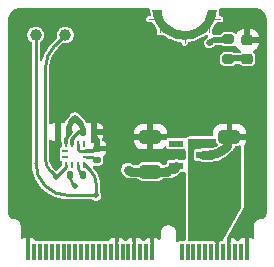
<source format=gbr>
%TF.GenerationSoftware,KiCad,Pcbnew,9.0.0*%
%TF.CreationDate,2025-05-23T16:00:21+04:00*%
%TF.ProjectId,02_05_sensor_magnetometer_LIS2MDLTR,30325f30-355f-4736-956e-736f725f6d61,rev?*%
%TF.SameCoordinates,Original*%
%TF.FileFunction,Copper,L1,Top*%
%TF.FilePolarity,Positive*%
%FSLAX46Y46*%
G04 Gerber Fmt 4.6, Leading zero omitted, Abs format (unit mm)*
G04 Created by KiCad (PCBNEW 9.0.0) date 2025-05-23 16:00:21*
%MOMM*%
%LPD*%
G01*
G04 APERTURE LIST*
G04 Aperture macros list*
%AMRoundRect*
0 Rectangle with rounded corners*
0 $1 Rounding radius*
0 $2 $3 $4 $5 $6 $7 $8 $9 X,Y pos of 4 corners*
0 Add a 4 corners polygon primitive as box body*
4,1,4,$2,$3,$4,$5,$6,$7,$8,$9,$2,$3,0*
0 Add four circle primitives for the rounded corners*
1,1,$1+$1,$2,$3*
1,1,$1+$1,$4,$5*
1,1,$1+$1,$6,$7*
1,1,$1+$1,$8,$9*
0 Add four rect primitives between the rounded corners*
20,1,$1+$1,$2,$3,$4,$5,0*
20,1,$1+$1,$4,$5,$6,$7,0*
20,1,$1+$1,$6,$7,$8,$9,0*
20,1,$1+$1,$8,$9,$2,$3,0*%
G04 Aperture macros list end*
%TA.AperFunction,EtchedComponent*%
%ADD10C,0.101600*%
%TD*%
%TA.AperFunction,EtchedComponent*%
%ADD11C,0.000000*%
%TD*%
%TA.AperFunction,SMDPad,CuDef*%
%ADD12R,0.350000X1.450000*%
%TD*%
%TA.AperFunction,ComponentPad*%
%ADD13C,0.454000*%
%TD*%
%TA.AperFunction,SMDPad,CuDef*%
%ADD14R,1.200000X0.600000*%
%TD*%
%TA.AperFunction,SMDPad,CuDef*%
%ADD15RoundRect,0.200000X-0.275000X0.200000X-0.275000X-0.200000X0.275000X-0.200000X0.275000X0.200000X0*%
%TD*%
%TA.AperFunction,SMDPad,CuDef*%
%ADD16RoundRect,0.140000X0.170000X-0.140000X0.170000X0.140000X-0.170000X0.140000X-0.170000X-0.140000X0*%
%TD*%
%TA.AperFunction,SMDPad,CuDef*%
%ADD17RoundRect,0.218750X-0.256250X0.218750X-0.256250X-0.218750X0.256250X-0.218750X0.256250X0.218750X0*%
%TD*%
%TA.AperFunction,SMDPad,CuDef*%
%ADD18RoundRect,0.135000X-0.135000X-0.185000X0.135000X-0.185000X0.135000X0.185000X-0.135000X0.185000X0*%
%TD*%
%TA.AperFunction,SMDPad,CuDef*%
%ADD19C,1.000000*%
%TD*%
%TA.AperFunction,SMDPad,CuDef*%
%ADD20RoundRect,0.140000X0.140000X0.170000X-0.140000X0.170000X-0.140000X-0.170000X0.140000X-0.170000X0*%
%TD*%
%TA.AperFunction,SMDPad,CuDef*%
%ADD21RoundRect,0.250000X0.650000X-0.325000X0.650000X0.325000X-0.650000X0.325000X-0.650000X-0.325000X0*%
%TD*%
%TA.AperFunction,SMDPad,CuDef*%
%ADD22RoundRect,0.140000X-0.140000X-0.170000X0.140000X-0.170000X0.140000X0.170000X-0.140000X0.170000X0*%
%TD*%
%TA.AperFunction,SMDPad,CuDef*%
%ADD23R,0.280010X0.500000*%
%TD*%
%TA.AperFunction,SMDPad,CuDef*%
%ADD24R,0.500000X0.280010*%
%TD*%
%TA.AperFunction,ViaPad*%
%ADD25C,0.500000*%
%TD*%
%TA.AperFunction,ViaPad*%
%ADD26C,0.700000*%
%TD*%
%TA.AperFunction,Conductor*%
%ADD27C,0.500000*%
%TD*%
%TA.AperFunction,Conductor*%
%ADD28C,0.300000*%
%TD*%
%TA.AperFunction,Conductor*%
%ADD29C,0.200000*%
%TD*%
%TA.AperFunction,Conductor*%
%ADD30C,0.750000*%
%TD*%
%TA.AperFunction,Conductor*%
%ADD31C,0.250000*%
%TD*%
G04 APERTURE END LIST*
D10*
%TO.C,J1*%
X150401100Y-93365617D02*
X149501100Y-93365617D01*
X150401100Y-93365617D02*
X150401100Y-94465617D01*
X152501100Y-94665617D02*
X152501100Y-95365617D01*
X154601100Y-93365617D02*
X154601100Y-94465617D01*
X154601100Y-93365617D02*
X155501100Y-93365617D01*
D11*
%TA.AperFunction,EtchedComponent*%
G36*
X150589520Y-92903790D02*
G01*
X150672547Y-93182404D01*
X150798137Y-93444600D01*
X150963197Y-93683921D01*
X151163663Y-93894475D01*
X151394599Y-94071077D01*
X151650318Y-94209378D01*
X151924524Y-94305973D01*
X152501100Y-94365617D01*
X152791735Y-94358484D01*
X153077676Y-94305973D01*
X153351882Y-94209378D01*
X153607601Y-94071077D01*
X153838537Y-93894475D01*
X154039003Y-93683921D01*
X154204063Y-93444600D01*
X154329653Y-93182404D01*
X154451100Y-92615617D01*
X155251100Y-92615617D01*
X155188052Y-92979552D01*
X155077551Y-93331991D01*
X154921527Y-93666775D01*
X154722708Y-93978053D01*
X154484567Y-94260387D01*
X154211266Y-94508843D01*
X153907580Y-94719078D01*
X153578818Y-94887420D01*
X153230723Y-95010926D01*
X152869379Y-95087437D01*
X152501100Y-95115617D01*
X152131911Y-95089990D01*
X151769434Y-95015377D01*
X151420137Y-94893111D01*
X151090257Y-94725373D01*
X150785681Y-94515157D01*
X150511846Y-94266216D01*
X150273640Y-93982994D01*
X150075315Y-93670545D01*
X149920411Y-93334448D01*
X149751100Y-92615617D01*
X150551100Y-92615617D01*
X150589520Y-92903790D01*
G37*
%TD.AperFunction*%
%TD*%
D12*
%TO.P,J1,1,GND*%
%TO.N,GND*%
X157751100Y-113090617D03*
%TO.P,J1,3,USB_D+*%
%TO.N,/USB_D+*%
X157251100Y-113090617D03*
%TO.P,J1,5,USB_D-*%
%TO.N,/USB_D-*%
X156751100Y-113090617D03*
%TO.P,J1,7,GND*%
%TO.N,GND*%
X156251100Y-113090617D03*
%TO.P,J1,9,USB_VIN*%
%TO.N,/V_USB*%
X155751100Y-113090617D03*
%TO.P,J1,11,~{BOOT}*%
%TO.N,VIN*%
X155251100Y-113090617D03*
%TO.P,J1,13,RTS1*%
%TO.N,/UART_RTS1*%
X154751100Y-113090617D03*
%TO.P,J1,15,CTS1*%
%TO.N,/UART_CTS1*%
X154251100Y-113090617D03*
%TO.P,J1,17,TX1*%
%TO.N,LIS2MDLTR_TX*%
X153751100Y-113090617D03*
%TO.P,J1,19,RX1*%
%TO.N,LIS2MDLTR_RX*%
X153251100Y-113090617D03*
%TO.P,J1,21,SWDCK*%
%TO.N,/SWDCK*%
X152751100Y-113090617D03*
%TO.P,J1,23,SWDIO*%
%TO.N,/SWDIO*%
X152251100Y-113090617D03*
%TO.P,J1,33,GND*%
%TO.N,GND*%
X149751100Y-113090617D03*
%TO.P,J1,35,USBHOST_D+*%
%TO.N,/USBHOST_D+*%
X149251100Y-113090617D03*
%TO.P,J1,37,USBHOST_D-*%
%TO.N,/USBHOST_D-*%
X148751100Y-113090617D03*
%TO.P,J1,39,GND*%
%TO.N,GND*%
X148251100Y-113090617D03*
%TO.P,J1,41,CAN-RX*%
%TO.N,/CAN-RX*%
X147751100Y-113090617D03*
%TO.P,J1,43,CAN-TX*%
%TO.N,/CAN-TX*%
X147251100Y-113090617D03*
%TO.P,J1,45,GND*%
%TO.N,GND*%
X146751100Y-113090617D03*
%TO.P,J1,47,PWM1*%
%TO.N,/PWM1*%
X146251100Y-113090617D03*
%TO.P,J1,49,BATT_VIN/3*%
%TO.N,/BATT_VIN*%
X145751100Y-113090617D03*
%TO.P,J1,51,I2C_SDA1*%
%TO.N,/I2C_SDA1*%
X145251100Y-113090617D03*
%TO.P,J1,53,I2C_SCL1*%
%TO.N,/I2C_SCL1*%
X144751100Y-113090617D03*
%TO.P,J1,55,SPI_~{CS}*%
%TO.N,/~{SPI_CS}*%
X144251100Y-113090617D03*
%TO.P,J1,57,SPI_SCK*%
%TO.N,/SPI_SCK*%
X143751100Y-113090617D03*
%TO.P,J1,59,SPI_SDO*%
%TO.N,/SPI_COPI-LED_DAT*%
X143251100Y-113090617D03*
%TO.P,J1,61,SPI_SDI*%
%TO.N,/SPI_CIPO-LED_CLK*%
X142751100Y-113090617D03*
%TO.P,J1,63,G10/ADC_D+/CAM_VSYNC*%
%TO.N,/G10-CAM_VSYNC*%
X142251100Y-113090617D03*
%TO.P,J1,65,G9/ADC_D-/CAM_HSYNC*%
%TO.N,/G9-CAM_HSYNC*%
X141751100Y-113090617D03*
%TO.P,J1,67,G8*%
%TO.N,/G8*%
X141251100Y-113090617D03*
%TO.P,J1,69,G7/BUS7*%
%TO.N,/G7*%
X140751100Y-113090617D03*
%TO.P,J1,71,G6/BUS6*%
%TO.N,/G6*%
X140251100Y-113090617D03*
%TO.P,J1,73,G5/BUS5*%
%TO.N,/G5*%
X139751100Y-113090617D03*
%TO.P,J1,75,GND*%
%TO.N,GND*%
X139251100Y-113090617D03*
D13*
%TO.P,J1,GND1,GND*%
X150401100Y-93365617D03*
%TO.P,J1,GND2,GND*%
X152501100Y-94665617D03*
%TO.P,J1,GND3,GND*%
X154601100Y-93365617D03*
%TD*%
D14*
%TO.P,U2,1,VIN*%
%TO.N,VIN*%
X154087487Y-105799962D03*
%TO.P,U2,2,GND*%
%TO.N,GND*%
X154087487Y-104850000D03*
%TO.P,U2,3,EN*%
%TO.N,VIN*%
X154087487Y-103900038D03*
%TO.P,U2,4,NC*%
%TO.N,unconnected-(U2-NC-Pad4)*%
X151787513Y-103900038D03*
%TO.P,U2,5,VOUT*%
%TO.N,+3V3*%
X151787513Y-105799962D03*
%TD*%
D15*
%TO.P,R1,1*%
%TO.N,+3V3*%
X156200000Y-95075000D03*
%TO.P,R1,2*%
%TO.N,Net-(D1-A)*%
X156200000Y-96725000D03*
%TD*%
D16*
%TO.P,C5,1*%
%TO.N,Net-(U3-C1)*%
X145050064Y-105284093D03*
%TO.P,C5,2*%
%TO.N,GND*%
X145050064Y-104324093D03*
%TD*%
D17*
%TO.P,D1,1,K*%
%TO.N,GND*%
X157800000Y-95137500D03*
%TO.P,D1,2,A*%
%TO.N,Net-(D1-A)*%
X157800000Y-96712500D03*
%TD*%
D18*
%TO.P,R2,1*%
%TO.N,+3V3*%
X142840064Y-106604093D03*
%TO.P,R2,2*%
%TO.N,Net-(U3-CS)*%
X143860064Y-106604093D03*
%TD*%
D19*
%TO.P,SDA1,1,1*%
%TO.N,LIS2MDLTR_SDA*%
X139900000Y-94700000D03*
%TD*%
D20*
%TO.P,C2,1*%
%TO.N,+3V3*%
X142730064Y-102904093D03*
%TO.P,C2,2*%
%TO.N,GND*%
X141770064Y-102904093D03*
%TD*%
D21*
%TO.P,C3,1*%
%TO.N,VIN*%
X156300000Y-106275000D03*
%TO.P,C3,2*%
%TO.N,GND*%
X156300000Y-103325000D03*
%TD*%
D19*
%TO.P,SCL1,1,1*%
%TO.N,LIS2MDLTR_SCL*%
X142400000Y-94700000D03*
%TD*%
D22*
%TO.P,C1,1*%
%TO.N,+3V3*%
X143870064Y-102904093D03*
%TO.P,C1,2*%
%TO.N,GND*%
X144830064Y-102904093D03*
%TD*%
D23*
%TO.P,U3,1,SCL/SPC*%
%TO.N,LIS2MDLTR_SCL*%
X142500000Y-105679125D03*
%TO.P,U3,2,NC*%
%TO.N,unconnected-(U3-NC-Pad2)*%
X143000128Y-105679125D03*
%TO.P,U3,3,CS*%
%TO.N,Net-(U3-CS)*%
X143500000Y-105679125D03*
%TO.P,U3,4,SDA/SDI/SDO*%
%TO.N,LIS2MDLTR_SDA*%
X144000128Y-105679125D03*
D24*
%TO.P,U3,5,C1*%
%TO.N,Net-(U3-C1)*%
X144125096Y-105054029D03*
%TO.P,U3,6,GND*%
%TO.N,GND*%
X144125096Y-104554157D03*
D23*
%TO.P,U3,7,INT/DRDY/SDO*%
%TO.N,LIS2MDLTR_INT*%
X144000128Y-103929061D03*
%TO.P,U3,8,GND*%
%TO.N,GND*%
X143500000Y-103929061D03*
%TO.P,U3,9,Vdd*%
%TO.N,+3V3*%
X143000128Y-103929061D03*
%TO.P,U3,10,Vdd_IO*%
X142500000Y-103929061D03*
D24*
%TO.P,U3,11,NC*%
%TO.N,unconnected-(U3-NC-Pad11)*%
X142375032Y-104554157D03*
%TO.P,U3,12,NC*%
%TO.N,unconnected-(U3-NC-Pad12)*%
X142375032Y-105054029D03*
%TD*%
D21*
%TO.P,C4,1*%
%TO.N,+3V3*%
X149600000Y-106275000D03*
%TO.P,C4,2*%
%TO.N,GND*%
X149600000Y-103325000D03*
%TD*%
D25*
%TO.N,+3V3*%
X154600000Y-95400000D03*
X143200000Y-107500000D03*
X143200000Y-101700000D03*
X147700000Y-106100000D03*
D26*
%TO.N,GND*%
X153900000Y-97900000D03*
X145400000Y-94915617D03*
X146400000Y-94915617D03*
X153900000Y-98900000D03*
X147400000Y-93915617D03*
X152900000Y-98900000D03*
X146400000Y-93915617D03*
X145400000Y-95915617D03*
X145400000Y-93915617D03*
X151900000Y-99900000D03*
X152900000Y-99900000D03*
X153900000Y-99900000D03*
D25*
%TO.N,LIS2MDLTR_SCL*%
X141650064Y-106704093D03*
%TO.N,LIS2MDLTR_SDA*%
X145000000Y-108300000D03*
%TD*%
D27*
%TO.N,+3V3*%
X143200000Y-101700000D02*
X143681256Y-102181256D01*
D28*
X143632972Y-102904093D02*
X143670038Y-102904093D01*
X143008995Y-103676408D02*
X143008995Y-103586841D01*
D29*
X142450064Y-103879125D02*
X142500000Y-103929061D01*
D28*
X143569697Y-102930302D02*
X143076761Y-103423238D01*
D27*
X143870064Y-102637078D02*
X143870064Y-102904093D01*
D28*
X142702548Y-103099869D02*
X142675032Y-103127385D01*
D27*
X154737500Y-95262500D02*
X154600000Y-95400000D01*
X155069454Y-95125000D02*
X156200000Y-95125000D01*
D30*
X147998743Y-106275000D02*
X149600000Y-106275000D01*
D31*
X143200000Y-107500000D02*
X143020032Y-107320032D01*
X142840064Y-106885550D02*
X142840064Y-106604093D01*
D30*
X150989124Y-106275000D02*
X149600000Y-106275000D01*
D27*
X143200000Y-101750000D02*
X143200000Y-101700000D01*
D28*
X142730064Y-103033439D02*
X142730064Y-102925351D01*
D30*
X151562500Y-106037500D02*
X151800000Y-105800000D01*
D28*
X142500000Y-103549949D02*
X142500000Y-103829189D01*
D27*
X142700000Y-102852770D02*
X142700000Y-102587014D01*
D28*
X142751322Y-102904093D02*
X142850064Y-102904093D01*
X143000128Y-103697814D02*
X143000128Y-103929061D01*
D27*
X143164644Y-101835355D02*
X142902949Y-102097050D01*
D30*
X147700000Y-106100000D02*
X147787500Y-106187500D01*
D27*
X142700000Y-102852770D02*
G75*
G03*
X142715022Y-102889071I51300J-30D01*
G01*
D31*
X142840064Y-106885550D02*
G75*
G03*
X143020010Y-107320054I614436J-50D01*
G01*
D27*
X143200000Y-101750000D02*
G75*
G02*
X143164642Y-101835353I-120700J0D01*
G01*
X142700000Y-102587014D02*
G75*
G02*
X142902945Y-102097046I692900J14D01*
G01*
D28*
X143076761Y-103423238D02*
G75*
G03*
X143009034Y-103586841I163639J-163562D01*
G01*
D27*
X154737500Y-95262500D02*
G75*
G02*
X155069454Y-95124952I332000J-331900D01*
G01*
D30*
X147998743Y-106275000D02*
G75*
G02*
X147787487Y-106187513I-43J298700D01*
G01*
D28*
X142751322Y-102904093D02*
G75*
G03*
X142730093Y-102925351I-22J-21207D01*
G01*
D30*
X151562500Y-106037500D02*
G75*
G02*
X150989124Y-106275010I-573400J573400D01*
G01*
D28*
X142730064Y-102925351D02*
G75*
G03*
X142715016Y-102889077I-51364J-49D01*
G01*
X143004561Y-103687111D02*
G75*
G03*
X143000148Y-103697814I10739J-10689D01*
G01*
D27*
X143870064Y-102637078D02*
G75*
G03*
X143681252Y-102181260I-644664J-22D01*
G01*
D28*
X143569697Y-102930302D02*
G75*
G02*
X143632972Y-102904080I63303J-63298D01*
G01*
X142675032Y-103127385D02*
G75*
G03*
X142500036Y-103549949I422568J-422515D01*
G01*
X143004561Y-103687111D02*
G75*
G03*
X143009012Y-103676408I-10661J10711D01*
G01*
X142730064Y-103033439D02*
G75*
G02*
X142702532Y-103099853I-93964J39D01*
G01*
D27*
X142751322Y-102904093D02*
G75*
G02*
X142715027Y-102889066I-22J51293D01*
G01*
D28*
%TO.N,GND*%
X145025032Y-104349125D02*
X144935032Y-104439125D01*
X144657320Y-104554157D02*
X144125096Y-104554157D01*
D31*
X144125096Y-104554157D02*
X143642063Y-104554157D01*
D30*
X154712500Y-104850000D02*
X154075000Y-104850000D01*
D28*
X144875032Y-103029061D02*
X144750064Y-102904093D01*
X145000000Y-103330760D02*
X145000000Y-104238628D01*
D31*
X143500000Y-104412040D02*
X143500000Y-103929061D01*
D30*
X155800780Y-104399219D02*
X156096706Y-104103293D01*
X156300000Y-103612500D02*
X156300000Y-103325000D01*
D28*
X145000000Y-103330760D02*
G75*
G03*
X144875019Y-103029074I-426700J-40D01*
G01*
D31*
X143500000Y-104412040D02*
G75*
G03*
X143541627Y-104512529I142200J40D01*
G01*
D30*
X156096706Y-104103293D02*
G75*
G03*
X156299995Y-103612500I-490806J490793D01*
G01*
X155800780Y-104399219D02*
G75*
G02*
X154712500Y-104849988I-1088280J1088319D01*
G01*
D28*
X145025032Y-104349125D02*
G75*
G03*
X145025025Y-104299068I-25032J25025D01*
G01*
D31*
X143541609Y-104512547D02*
G75*
G03*
X143642063Y-104554185I100491J100447D01*
G01*
D28*
X145025032Y-104299061D02*
G75*
G02*
X144999990Y-104238628I60468J60461D01*
G01*
X144657320Y-104554157D02*
G75*
G03*
X144935025Y-104439118I-20J392757D01*
G01*
D30*
%TO.N,VIN*%
X154216650Y-105800000D02*
X154075000Y-105800000D01*
X154749619Y-105800000D02*
X154535956Y-105800000D01*
X155348068Y-105800000D02*
X155065956Y-105800000D01*
X154499950Y-105800000D02*
X154358300Y-105800000D01*
X154499950Y-105800000D02*
X154535956Y-105800000D01*
X154358300Y-105800000D02*
X154216650Y-105800000D01*
X153827112Y-105800000D02*
X153791700Y-105800000D01*
X155489124Y-105800000D02*
X155348068Y-105800000D01*
X153897937Y-105800000D02*
X153827112Y-105800000D01*
X155065956Y-105800000D02*
X154749619Y-105800000D01*
X153933350Y-105800000D02*
X153897937Y-105800000D01*
X154075000Y-105800000D02*
X153933350Y-105800000D01*
X156062500Y-106037500D02*
X156300000Y-106275000D01*
X156062500Y-106037500D02*
G75*
G03*
X155489124Y-105799990I-573400J-573400D01*
G01*
D31*
%TO.N,Net-(U3-C1)*%
X144657320Y-105054029D02*
X144125096Y-105054029D01*
X144935032Y-105169061D02*
X145050064Y-105284093D01*
X144657320Y-105054029D02*
G75*
G02*
X144935028Y-105169065I-20J-392771D01*
G01*
D27*
%TO.N,Net-(D1-A)*%
X157781250Y-96693750D02*
X157800000Y-96712500D01*
X157735983Y-96675000D02*
X156200000Y-96675000D01*
X157781250Y-96693750D02*
G75*
G03*
X157735983Y-96675007I-45250J-45250D01*
G01*
D31*
%TO.N,LIS2MDLTR_SCL*%
X140700000Y-105160709D02*
X140700000Y-97602081D01*
X141550000Y-95550000D02*
X142400000Y-94700000D01*
X141152046Y-106252046D02*
X141587839Y-106687839D01*
X141627078Y-106704093D02*
X141650064Y-106704093D01*
X142500000Y-105766641D02*
X142500000Y-105679125D01*
X142438116Y-105916040D02*
X141650064Y-106704093D01*
X141550000Y-95550000D02*
G75*
G03*
X140699992Y-97602081I2052100J-2052100D01*
G01*
X141627078Y-106704093D02*
G75*
G02*
X141587850Y-106687828I22J55493D01*
G01*
X141152046Y-106252046D02*
G75*
G02*
X140699998Y-105160709I1091354J1091346D01*
G01*
X142438116Y-105916040D02*
G75*
G03*
X142500023Y-105766641I-149416J149440D01*
G01*
%TO.N,LIS2MDLTR_SDA*%
X144033923Y-105687952D02*
X144525096Y-106179125D01*
X142631370Y-108300000D02*
X145100000Y-108300000D01*
X145000000Y-108300000D02*
X145012548Y-108287452D01*
X145025096Y-107386231D02*
X145025096Y-108257158D01*
X139900000Y-105568629D02*
X139900000Y-94700000D01*
X144012612Y-105679125D02*
X144000128Y-105679125D01*
X140700000Y-107500000D02*
G75*
G02*
X139899988Y-105568629I1931400J1931400D01*
G01*
X145012548Y-108287452D02*
G75*
G03*
X145025051Y-108257158I-30348J30252D01*
G01*
X144012612Y-105679125D02*
G75*
G02*
X144033924Y-105687951I-12J-30175D01*
G01*
X145025096Y-107386231D02*
G75*
G03*
X144525110Y-106179111I-1707096J31D01*
G01*
X140700000Y-107500000D02*
G75*
G03*
X142631370Y-108300012I1931400J1931400D01*
G01*
%TO.N,Net-(U3-CS)*%
X143500000Y-105989425D02*
X143500000Y-105679125D01*
X143680032Y-106424061D02*
X143860064Y-106604093D01*
X143500000Y-105989425D02*
G75*
G03*
X143680038Y-106424055I614700J25D01*
G01*
%TD*%
%TA.AperFunction,Conductor*%
%TO.N,VIN*%
G36*
X155142539Y-103519685D02*
G01*
X155188294Y-103572489D01*
X155199500Y-103624000D01*
X155199500Y-103704269D01*
X155202353Y-103734699D01*
X155202353Y-103734701D01*
X155247206Y-103862880D01*
X155247207Y-103862882D01*
X155285645Y-103914964D01*
X155292468Y-103924209D01*
X155297397Y-103937704D01*
X155306569Y-103948760D01*
X155309143Y-103969864D01*
X155316438Y-103989838D01*
X155313288Y-104003855D01*
X155315028Y-104018116D01*
X155305782Y-104037263D01*
X155301122Y-104058008D01*
X155290321Y-104069285D01*
X155284648Y-104081035D01*
X155257485Y-104103570D01*
X155158267Y-104164369D01*
X155140930Y-104173203D01*
X155019274Y-104223593D01*
X155000770Y-104229605D01*
X154872727Y-104260345D01*
X154853509Y-104263389D01*
X154757377Y-104270955D01*
X154717186Y-104274118D01*
X154707462Y-104274500D01*
X153999234Y-104274500D01*
X153852865Y-104313719D01*
X153852864Y-104313719D01*
X153852862Y-104313720D01*
X153852859Y-104313721D01*
X153819666Y-104332886D01*
X153757665Y-104349500D01*
X153467734Y-104349500D01*
X153409257Y-104361131D01*
X153409256Y-104361132D01*
X153342934Y-104405447D01*
X153298619Y-104471769D01*
X153298618Y-104471770D01*
X153286987Y-104530247D01*
X153286987Y-105169752D01*
X153298618Y-105228229D01*
X153298619Y-105228230D01*
X153342934Y-105294552D01*
X153409256Y-105338867D01*
X153409257Y-105338868D01*
X153467734Y-105350499D01*
X153467737Y-105350500D01*
X153467739Y-105350500D01*
X153757665Y-105350500D01*
X153819666Y-105367114D01*
X153852859Y-105386278D01*
X153852860Y-105386278D01*
X153852865Y-105386281D01*
X153999234Y-105425500D01*
X153999236Y-105425500D01*
X154796216Y-105425500D01*
X154796417Y-105425487D01*
X154831253Y-105425487D01*
X154831254Y-105425486D01*
X154977929Y-105408960D01*
X155067241Y-105398898D01*
X155067245Y-105398897D01*
X155067257Y-105398896D01*
X155298802Y-105346049D01*
X155522975Y-105267609D01*
X155736956Y-105164564D01*
X155938055Y-105038209D01*
X156123742Y-104890133D01*
X156154138Y-104859737D01*
X156154145Y-104859734D01*
X156207713Y-104806166D01*
X156257125Y-104756756D01*
X156257126Y-104756753D01*
X156264183Y-104749697D01*
X156264195Y-104749682D01*
X156454235Y-104559643D01*
X156454241Y-104559640D01*
X156470931Y-104542949D01*
X156470945Y-104542941D01*
X156503654Y-104510230D01*
X156503655Y-104510231D01*
X156574307Y-104439577D01*
X156691766Y-104277905D01*
X156747660Y-104168204D01*
X156795634Y-104117409D01*
X156858145Y-104100500D01*
X157004270Y-104100500D01*
X157028612Y-104098216D01*
X157034699Y-104097646D01*
X157135047Y-104062532D01*
X157204823Y-104058970D01*
X157265451Y-104093699D01*
X157297678Y-104155692D01*
X157300000Y-104179574D01*
X157300000Y-109275571D01*
X157284339Y-109335890D01*
X155744604Y-112101437D01*
X155694797Y-112150434D01*
X155636266Y-112165117D01*
X155556347Y-112165117D01*
X155497870Y-112176748D01*
X155497869Y-112176749D01*
X155431547Y-112221064D01*
X155387232Y-112287386D01*
X155387231Y-112287387D01*
X155375600Y-112345864D01*
X155375600Y-112732021D01*
X155371752Y-112746841D01*
X155372545Y-112759377D01*
X155359939Y-112792343D01*
X155358939Y-112794139D01*
X155309128Y-112843135D01*
X155240735Y-112857424D01*
X155175474Y-112832468D01*
X155134065Y-112776191D01*
X155126600Y-112733817D01*
X155126600Y-112345866D01*
X155126599Y-112345864D01*
X155114968Y-112287387D01*
X155114967Y-112287386D01*
X155070652Y-112221064D01*
X155004330Y-112176749D01*
X155004329Y-112176748D01*
X154945852Y-112165117D01*
X154945848Y-112165117D01*
X154556352Y-112165117D01*
X154556351Y-112165117D01*
X154525288Y-112171295D01*
X154476912Y-112171295D01*
X154445849Y-112165117D01*
X154445848Y-112165117D01*
X154056352Y-112165117D01*
X154056351Y-112165117D01*
X154025288Y-112171295D01*
X153976912Y-112171295D01*
X153945849Y-112165117D01*
X153945848Y-112165117D01*
X153556352Y-112165117D01*
X153556351Y-112165117D01*
X153525288Y-112171295D01*
X153476912Y-112171295D01*
X153445849Y-112165117D01*
X153445848Y-112165117D01*
X153056352Y-112165117D01*
X153056351Y-112165117D01*
X153025288Y-112171295D01*
X153023521Y-112171370D01*
X153022693Y-112171782D01*
X153015677Y-112171707D01*
X152987417Y-112172920D01*
X152982121Y-112172332D01*
X152945848Y-112165117D01*
X152917135Y-112165117D01*
X152910317Y-112164360D01*
X152884157Y-112153417D01*
X152856961Y-112145432D01*
X152852353Y-112140114D01*
X152845859Y-112137398D01*
X152829767Y-112114048D01*
X152811206Y-112092628D01*
X152809453Y-112084573D01*
X152806210Y-112079867D01*
X152805823Y-112067887D01*
X152800000Y-112041117D01*
X152800000Y-103624000D01*
X152819685Y-103556961D01*
X152872489Y-103511206D01*
X152924000Y-103500000D01*
X155075500Y-103500000D01*
X155142539Y-103519685D01*
G37*
%TD.AperFunction*%
%TD*%
%TA.AperFunction,Conductor*%
%TO.N,GND*%
G36*
X149497374Y-92435802D02*
G01*
X149543129Y-92488606D01*
X149553073Y-92557764D01*
X149551414Y-92566873D01*
X149550440Y-92571277D01*
X149551073Y-92662731D01*
X149621536Y-92961888D01*
X149617746Y-93031655D01*
X149576838Y-93088297D01*
X149511801Y-93113831D01*
X149500839Y-93114317D01*
X149451111Y-93114317D01*
X149358749Y-93152575D01*
X149288058Y-93223266D01*
X149249800Y-93315628D01*
X149249800Y-93415605D01*
X149262959Y-93447373D01*
X149288058Y-93507967D01*
X149358750Y-93578659D01*
X149451113Y-93616917D01*
X149635438Y-93616917D01*
X149697636Y-93633645D01*
X149848942Y-93721375D01*
X149859394Y-93732378D01*
X149872847Y-93739415D01*
X149895638Y-93769333D01*
X149901808Y-93780662D01*
X149901815Y-93780673D01*
X150100140Y-94093122D01*
X150113625Y-94111522D01*
X150116374Y-94115272D01*
X150116377Y-94115277D01*
X150120693Y-94120407D01*
X150148783Y-94184381D01*
X150149800Y-94200227D01*
X150149800Y-94515605D01*
X150176822Y-94580841D01*
X150188058Y-94607967D01*
X150258750Y-94678659D01*
X150351113Y-94716917D01*
X150351115Y-94716917D01*
X150451085Y-94716917D01*
X150451087Y-94716917D01*
X150543450Y-94678659D01*
X150543452Y-94678656D01*
X150554436Y-94674107D01*
X150623906Y-94666638D01*
X150672325Y-94686614D01*
X150973526Y-94894501D01*
X150984141Y-94900824D01*
X150997091Y-94908539D01*
X150997100Y-94908544D01*
X150997114Y-94908552D01*
X151203509Y-95013500D01*
X151315282Y-95070335D01*
X151326994Y-95076290D01*
X151327004Y-95076294D01*
X151327016Y-95076300D01*
X151352243Y-95087072D01*
X151522150Y-95146545D01*
X151701541Y-95209338D01*
X151728002Y-95216657D01*
X152090479Y-95291270D01*
X152100226Y-95292605D01*
X152106519Y-95293468D01*
X152137137Y-95301758D01*
X152174001Y-95317027D01*
X152228405Y-95360868D01*
X152248167Y-95407397D01*
X152249799Y-95415601D01*
X152249800Y-95415603D01*
X152249800Y-95415604D01*
X152288058Y-95507967D01*
X152358750Y-95578659D01*
X152451113Y-95616917D01*
X152451115Y-95616917D01*
X152551085Y-95616917D01*
X152551087Y-95616917D01*
X152643450Y-95578659D01*
X152714142Y-95507967D01*
X152752400Y-95415604D01*
X152752400Y-95415596D01*
X152754030Y-95407403D01*
X152757710Y-95400365D01*
X152757994Y-95392429D01*
X152773671Y-95369848D01*
X152786412Y-95345490D01*
X152794328Y-95340097D01*
X152797842Y-95335037D01*
X152828196Y-95317027D01*
X152874850Y-95297702D01*
X152904696Y-95289520D01*
X152911948Y-95288480D01*
X153206479Y-95226116D01*
X153273279Y-95211972D01*
X153273289Y-95211970D01*
X153299422Y-95204602D01*
X153299427Y-95204600D01*
X153299439Y-95204597D01*
X153647534Y-95081091D01*
X153672479Y-95070335D01*
X154001241Y-94901993D01*
X154024549Y-94888041D01*
X154322366Y-94681868D01*
X154340338Y-94675914D01*
X154356097Y-94665424D01*
X154372814Y-94665154D01*
X154388689Y-94659895D01*
X154407027Y-94664602D01*
X154425957Y-94664297D01*
X154447395Y-94674110D01*
X154447450Y-94673978D01*
X154449102Y-94674662D01*
X154449763Y-94675194D01*
X154451641Y-94676054D01*
X154456365Y-94677267D01*
X154458294Y-94678439D01*
X154467015Y-94683847D01*
X154467758Y-94684678D01*
X154468911Y-94685448D01*
X154468713Y-94685744D01*
X154483852Y-94702656D01*
X154503512Y-94718495D01*
X154506759Y-94728248D01*
X154513615Y-94735907D01*
X154517609Y-94760832D01*
X154525586Y-94784786D01*
X154523045Y-94794746D01*
X154524672Y-94804896D01*
X154514556Y-94828025D01*
X154508317Y-94852488D01*
X154499741Y-94861902D01*
X154496676Y-94868911D01*
X154488242Y-94874525D01*
X154474568Y-94889536D01*
X154470097Y-94892785D01*
X154470093Y-94892788D01*
X154422113Y-94940783D01*
X154239513Y-95123383D01*
X154239509Y-95123389D01*
X154180200Y-95226114D01*
X154180199Y-95226116D01*
X154175378Y-95244111D01*
X154175378Y-95244113D01*
X154149500Y-95340691D01*
X154149500Y-95459308D01*
X154170884Y-95539115D01*
X154170884Y-95539116D01*
X154180199Y-95573884D01*
X154194803Y-95599179D01*
X154239511Y-95676614D01*
X154323386Y-95760489D01*
X154426113Y-95819799D01*
X154450321Y-95826284D01*
X154450324Y-95826286D01*
X154450325Y-95826286D01*
X154480447Y-95834357D01*
X154540691Y-95850500D01*
X154540693Y-95850500D01*
X154659308Y-95850500D01*
X154659309Y-95850500D01*
X154749673Y-95826286D01*
X154773887Y-95819799D01*
X154876614Y-95760489D01*
X155009549Y-95627552D01*
X155014143Y-95622961D01*
X155014168Y-95622948D01*
X155025322Y-95611790D01*
X155056471Y-95594794D01*
X155086599Y-95578338D01*
X155086639Y-95578333D01*
X155086655Y-95578325D01*
X155086693Y-95578327D01*
X155112975Y-95575500D01*
X155608448Y-95575500D01*
X155675487Y-95595185D01*
X155681329Y-95599179D01*
X155686653Y-95603046D01*
X155686655Y-95603047D01*
X155686658Y-95603050D01*
X155790460Y-95655940D01*
X155799698Y-95660647D01*
X155893475Y-95675499D01*
X155893481Y-95675500D01*
X156506518Y-95675499D01*
X156600304Y-95660646D01*
X156713342Y-95603050D01*
X156713344Y-95603047D01*
X156717742Y-95600807D01*
X156786412Y-95587910D01*
X156851152Y-95614186D01*
X156884095Y-95655940D01*
X156884116Y-95655928D01*
X156884225Y-95656105D01*
X156886420Y-95658887D01*
X156887903Y-95662068D01*
X156976114Y-95805080D01*
X157094919Y-95923885D01*
X157210151Y-95994961D01*
X157256875Y-96046909D01*
X157268098Y-96115872D01*
X157240254Y-96179954D01*
X157182185Y-96218810D01*
X157145054Y-96224500D01*
X156791552Y-96224500D01*
X156724513Y-96204815D01*
X156718671Y-96200821D01*
X156713346Y-96196953D01*
X156713343Y-96196951D01*
X156713342Y-96196950D01*
X156621869Y-96150342D01*
X156600301Y-96139352D01*
X156506524Y-96124500D01*
X155893482Y-96124500D01*
X155812519Y-96137323D01*
X155799696Y-96139354D01*
X155686658Y-96196950D01*
X155686657Y-96196951D01*
X155686652Y-96196954D01*
X155596954Y-96286652D01*
X155596951Y-96286657D01*
X155539352Y-96399698D01*
X155524500Y-96493475D01*
X155524500Y-96956517D01*
X155534880Y-97022052D01*
X155539354Y-97050304D01*
X155596950Y-97163342D01*
X155596952Y-97163344D01*
X155596954Y-97163347D01*
X155686652Y-97253045D01*
X155686654Y-97253046D01*
X155686658Y-97253050D01*
X155799694Y-97310645D01*
X155799698Y-97310647D01*
X155893475Y-97325499D01*
X155893481Y-97325500D01*
X156506518Y-97325499D01*
X156600304Y-97310646D01*
X156713342Y-97253050D01*
X156713347Y-97253045D01*
X156804574Y-97161819D01*
X156831501Y-97147115D01*
X156857320Y-97130523D01*
X156863520Y-97129631D01*
X156865897Y-97128334D01*
X156892255Y-97125500D01*
X157097019Y-97125500D01*
X157164058Y-97145185D01*
X157197340Y-97176619D01*
X157200343Y-97180753D01*
X157294243Y-97274653D01*
X157294245Y-97274654D01*
X157294249Y-97274658D01*
X157412580Y-97334951D01*
X157412581Y-97334951D01*
X157412583Y-97334952D01*
X157412582Y-97334952D01*
X157510749Y-97350500D01*
X157510754Y-97350500D01*
X158089251Y-97350500D01*
X158187417Y-97334952D01*
X158187418Y-97334951D01*
X158187420Y-97334951D01*
X158305751Y-97274658D01*
X158399658Y-97180751D01*
X158459951Y-97062420D01*
X158459951Y-97062418D01*
X158459952Y-97062417D01*
X158475500Y-96964251D01*
X158475500Y-96460748D01*
X158459952Y-96362582D01*
X158459951Y-96362580D01*
X158399658Y-96244249D01*
X158399654Y-96244245D01*
X158399653Y-96244243D01*
X158352622Y-96197212D01*
X158319137Y-96135889D01*
X158324121Y-96066197D01*
X158365993Y-96010264D01*
X158375207Y-96003992D01*
X158505078Y-95923887D01*
X158623885Y-95805080D01*
X158712091Y-95662077D01*
X158712093Y-95662072D01*
X158764942Y-95502583D01*
X158774999Y-95404150D01*
X158775000Y-95404137D01*
X158775000Y-95387500D01*
X157924000Y-95387500D01*
X157856961Y-95367815D01*
X157811206Y-95315011D01*
X157800000Y-95263500D01*
X157800000Y-95137500D01*
X157674000Y-95137500D01*
X157606961Y-95117815D01*
X157561206Y-95065011D01*
X157550000Y-95013500D01*
X157550000Y-94887500D01*
X158050000Y-94887500D01*
X158774999Y-94887500D01*
X158774999Y-94870864D01*
X158774998Y-94870847D01*
X158764943Y-94772416D01*
X158712093Y-94612927D01*
X158712091Y-94612922D01*
X158623885Y-94469919D01*
X158505080Y-94351114D01*
X158362077Y-94262908D01*
X158362072Y-94262906D01*
X158202583Y-94210057D01*
X158104150Y-94200000D01*
X158050000Y-94200000D01*
X158050000Y-94887500D01*
X157550000Y-94887500D01*
X157550000Y-94200000D01*
X157549999Y-94199999D01*
X157495864Y-94200000D01*
X157495847Y-94200001D01*
X157397415Y-94210057D01*
X157237927Y-94262906D01*
X157237922Y-94262908D01*
X157094919Y-94351114D01*
X156976112Y-94469921D01*
X156928808Y-94546613D01*
X156876860Y-94593337D01*
X156807897Y-94604558D01*
X156743815Y-94576714D01*
X156735589Y-94569196D01*
X156713347Y-94546954D01*
X156713344Y-94546952D01*
X156713342Y-94546950D01*
X156612704Y-94495672D01*
X156600301Y-94489352D01*
X156506524Y-94474500D01*
X155893482Y-94474500D01*
X155812519Y-94487323D01*
X155799696Y-94489354D01*
X155686658Y-94546950D01*
X155686657Y-94546951D01*
X155686652Y-94546954D01*
X155595426Y-94638181D01*
X155534103Y-94671666D01*
X155507745Y-94674500D01*
X155136706Y-94674500D01*
X155128728Y-94674497D01*
X155128719Y-94674495D01*
X155122455Y-94674495D01*
X155120773Y-94674495D01*
X155120609Y-94674447D01*
X154997004Y-94674458D01*
X154990527Y-94675485D01*
X154921233Y-94666535D01*
X154867778Y-94621542D01*
X154847134Y-94554792D01*
X154852261Y-94528029D01*
X154850017Y-94527583D01*
X154852399Y-94515605D01*
X154852400Y-94515604D01*
X154852400Y-94188293D01*
X154872085Y-94121254D01*
X154879023Y-94111522D01*
X154879762Y-94110582D01*
X154879791Y-94110549D01*
X154895895Y-94088671D01*
X155094714Y-93777393D01*
X155099973Y-93767817D01*
X155149092Y-93718757D01*
X155307194Y-93632162D01*
X155335162Y-93626040D01*
X155362335Y-93616996D01*
X155366761Y-93616917D01*
X155551085Y-93616917D01*
X155551087Y-93616917D01*
X155643450Y-93578659D01*
X155714142Y-93507967D01*
X155752400Y-93415604D01*
X155752400Y-93315630D01*
X155714142Y-93223267D01*
X155643450Y-93152575D01*
X155551088Y-93114317D01*
X155551087Y-93114317D01*
X155520595Y-93114317D01*
X155453556Y-93094632D01*
X155407801Y-93041828D01*
X155397857Y-92972670D01*
X155398415Y-92969150D01*
X155416189Y-92866553D01*
X155453584Y-92650695D01*
X155451448Y-92569889D01*
X155451446Y-92569885D01*
X155451306Y-92569305D01*
X155451387Y-92567614D01*
X155451100Y-92556751D01*
X155451909Y-92556729D01*
X155454657Y-92499516D01*
X155495207Y-92442617D01*
X155560082Y-92416674D01*
X155571822Y-92416117D01*
X158493234Y-92416117D01*
X158506716Y-92416852D01*
X158537216Y-92420187D01*
X158653104Y-92432863D01*
X158673654Y-92436890D01*
X158811775Y-92476317D01*
X158831349Y-92483743D01*
X158960838Y-92545843D01*
X158960865Y-92545856D01*
X158978917Y-92556475D01*
X159067068Y-92618914D01*
X159096114Y-92639488D01*
X159096133Y-92639501D01*
X159112142Y-92653009D01*
X159213701Y-92754570D01*
X159227208Y-92770578D01*
X159310233Y-92887796D01*
X159320852Y-92905850D01*
X159382957Y-93035356D01*
X159390387Y-93054939D01*
X159429813Y-93193063D01*
X159433840Y-93213617D01*
X159449865Y-93360146D01*
X159450600Y-93373627D01*
X159450600Y-109755872D01*
X159449451Y-109772714D01*
X159435814Y-109872185D01*
X159429333Y-109898169D01*
X159396341Y-109987818D01*
X159384432Y-110011804D01*
X159379611Y-110019341D01*
X159332964Y-110092274D01*
X159316183Y-110113144D01*
X159248633Y-110180692D01*
X159227763Y-110197471D01*
X159147286Y-110248941D01*
X159123298Y-110260850D01*
X159033656Y-110293836D01*
X159007671Y-110300317D01*
X158906155Y-110314230D01*
X158892791Y-110315329D01*
X158872130Y-110315907D01*
X158864324Y-110317542D01*
X158838078Y-110319407D01*
X158838072Y-110319408D01*
X158723484Y-110352555D01*
X158618415Y-110409056D01*
X158618407Y-110409062D01*
X158527573Y-110486380D01*
X158455019Y-110581074D01*
X158455018Y-110581076D01*
X158403992Y-110688904D01*
X158388678Y-110754259D01*
X158376775Y-110805053D01*
X158376007Y-110844291D01*
X158375600Y-110844699D01*
X158375600Y-110865177D01*
X158375590Y-110865687D01*
X158375579Y-110866282D01*
X158375579Y-110866318D01*
X158375020Y-110896650D01*
X158375600Y-110900539D01*
X158375600Y-111829809D01*
X158355915Y-111896848D01*
X158303111Y-111942603D01*
X158233953Y-111952547D01*
X158177290Y-111929077D01*
X158168188Y-111922263D01*
X158168186Y-111922262D01*
X158033479Y-111872020D01*
X158033472Y-111872018D01*
X157973944Y-111865617D01*
X157926100Y-111865617D01*
X157926100Y-112966617D01*
X157923549Y-112975302D01*
X157924838Y-112984264D01*
X157913859Y-113008304D01*
X157906415Y-113033656D01*
X157899574Y-113039583D01*
X157895813Y-113047820D01*
X157873578Y-113062109D01*
X157853611Y-113079411D01*
X157843096Y-113081698D01*
X157837035Y-113085594D01*
X157802100Y-113090617D01*
X157750600Y-113090617D01*
X157683561Y-113070932D01*
X157637806Y-113018128D01*
X157626600Y-112966617D01*
X157626600Y-112345866D01*
X157626599Y-112345864D01*
X157614968Y-112287390D01*
X157614967Y-112287389D01*
X157614967Y-112287386D01*
X157596997Y-112260493D01*
X157576120Y-112193816D01*
X157576100Y-112191603D01*
X157576100Y-111865617D01*
X157528255Y-111865617D01*
X157468727Y-111872018D01*
X157468720Y-111872020D01*
X157334013Y-111922262D01*
X157334006Y-111922266D01*
X157218912Y-112008426D01*
X157137956Y-112116568D01*
X157115880Y-112133092D01*
X157096007Y-112152214D01*
X157086583Y-112155023D01*
X157082022Y-112158438D01*
X157062706Y-112163908D01*
X157056582Y-112165117D01*
X157056352Y-112165117D01*
X157025824Y-112171189D01*
X157025116Y-112171329D01*
X157024742Y-112171295D01*
X156976912Y-112171295D01*
X156939876Y-112163929D01*
X156940408Y-112161253D01*
X156886509Y-112139452D01*
X156864243Y-112116567D01*
X156783290Y-112008429D01*
X156783287Y-112008426D01*
X156668193Y-111922266D01*
X156668186Y-111922262D01*
X156533479Y-111872020D01*
X156533472Y-111872018D01*
X156473944Y-111865617D01*
X156426100Y-111865617D01*
X156426100Y-112191603D01*
X156423549Y-112200288D01*
X156424838Y-112209250D01*
X156408065Y-112253021D01*
X156406415Y-112258642D01*
X156405661Y-112259294D01*
X156405202Y-112260494D01*
X156387233Y-112287386D01*
X156387231Y-112287390D01*
X156375600Y-112345864D01*
X156375600Y-112966617D01*
X156373049Y-112975302D01*
X156374338Y-112984264D01*
X156363359Y-113008304D01*
X156355915Y-113033656D01*
X156349074Y-113039583D01*
X156345313Y-113047820D01*
X156323078Y-113062109D01*
X156303111Y-113079411D01*
X156292596Y-113081698D01*
X156286535Y-113085594D01*
X156251600Y-113090617D01*
X156250600Y-113090617D01*
X156183561Y-113070932D01*
X156137806Y-113018128D01*
X156126600Y-112966617D01*
X156126600Y-112345866D01*
X156126599Y-112345864D01*
X156114968Y-112287390D01*
X156114967Y-112287389D01*
X156114967Y-112287386D01*
X156096997Y-112260493D01*
X156093960Y-112250793D01*
X156087306Y-112243114D01*
X156083697Y-112218014D01*
X156076120Y-112193816D01*
X156076100Y-112191603D01*
X156076100Y-111960674D01*
X156091759Y-111900357D01*
X157463887Y-109435854D01*
X157483244Y-109387533D01*
X157498905Y-109327214D01*
X157505500Y-109275571D01*
X157505500Y-104206522D01*
X157525185Y-104139483D01*
X157541827Y-104118833D01*
X157542317Y-104118342D01*
X157634356Y-103969124D01*
X157634358Y-103969119D01*
X157689505Y-103802697D01*
X157689506Y-103802690D01*
X157699999Y-103699986D01*
X157700000Y-103699973D01*
X157700000Y-103575000D01*
X156424000Y-103575000D01*
X156356961Y-103555315D01*
X156311206Y-103502511D01*
X156300000Y-103451000D01*
X156300000Y-103325000D01*
X156174000Y-103325000D01*
X156106961Y-103305315D01*
X156061206Y-103252511D01*
X156050000Y-103201000D01*
X156050000Y-103075000D01*
X156550000Y-103075000D01*
X157699999Y-103075000D01*
X157699999Y-102950028D01*
X157699998Y-102950013D01*
X157689505Y-102847302D01*
X157634358Y-102680880D01*
X157634356Y-102680875D01*
X157542315Y-102531654D01*
X157418345Y-102407684D01*
X157269124Y-102315643D01*
X157269119Y-102315641D01*
X157102697Y-102260494D01*
X157102690Y-102260493D01*
X156999986Y-102250000D01*
X156550000Y-102250000D01*
X156550000Y-103075000D01*
X156050000Y-103075000D01*
X156050000Y-102250000D01*
X155600028Y-102250000D01*
X155600012Y-102250001D01*
X155497302Y-102260494D01*
X155330880Y-102315641D01*
X155330875Y-102315643D01*
X155181654Y-102407684D01*
X155057684Y-102531654D01*
X154965643Y-102680875D01*
X154965641Y-102680880D01*
X154910494Y-102847302D01*
X154910493Y-102847309D01*
X154900000Y-102950013D01*
X154900000Y-103170500D01*
X154880315Y-103237539D01*
X154827511Y-103283294D01*
X154776000Y-103294500D01*
X152923992Y-103294500D01*
X152880313Y-103299197D01*
X152828825Y-103310397D01*
X152818627Y-103312890D01*
X152818624Y-103312891D01*
X152737916Y-103355899D01*
X152737913Y-103355901D01*
X152685113Y-103401653D01*
X152662326Y-103423979D01*
X152600663Y-103456835D01*
X152531026Y-103451137D01*
X152506655Y-103438507D01*
X152465743Y-103411170D01*
X152465742Y-103411169D01*
X152407265Y-103399538D01*
X152407261Y-103399538D01*
X151167765Y-103399538D01*
X151167760Y-103399538D01*
X151109283Y-103411169D01*
X151109282Y-103411170D01*
X151042960Y-103455485D01*
X150999926Y-103519891D01*
X150946313Y-103564696D01*
X150896824Y-103575000D01*
X149850000Y-103575000D01*
X149850000Y-104399999D01*
X150299972Y-104399999D01*
X150299986Y-104399998D01*
X150402697Y-104389505D01*
X150569119Y-104334358D01*
X150569124Y-104334356D01*
X150718342Y-104242317D01*
X150782134Y-104178525D01*
X150843457Y-104145040D01*
X150913149Y-104150024D01*
X150969083Y-104191895D01*
X150991433Y-104242013D01*
X150998645Y-104278268D01*
X151042960Y-104344590D01*
X151109282Y-104388905D01*
X151109283Y-104388906D01*
X151167760Y-104400537D01*
X151167763Y-104400538D01*
X151167765Y-104400538D01*
X152407262Y-104400538D01*
X152424099Y-104397188D01*
X152446307Y-104392771D01*
X152515899Y-104398998D01*
X152571077Y-104441860D01*
X152594322Y-104507749D01*
X152594500Y-104514388D01*
X152594500Y-105185611D01*
X152574815Y-105252650D01*
X152522011Y-105298405D01*
X152452853Y-105308349D01*
X152446310Y-105307229D01*
X152407261Y-105299462D01*
X152117270Y-105299462D01*
X152055270Y-105282849D01*
X152022138Y-105263720D01*
X152022135Y-105263719D01*
X151875767Y-105224500D01*
X151724234Y-105224500D01*
X151577865Y-105263719D01*
X151577864Y-105263719D01*
X151577862Y-105263720D01*
X151577861Y-105263720D01*
X151544730Y-105282849D01*
X151482730Y-105299462D01*
X151167760Y-105299462D01*
X151109283Y-105311093D01*
X151109282Y-105311094D01*
X151042960Y-105355409D01*
X150998645Y-105421731D01*
X150998644Y-105421732D01*
X150987013Y-105480209D01*
X150987013Y-105575500D01*
X150984462Y-105584185D01*
X150985751Y-105593147D01*
X150974772Y-105617187D01*
X150967328Y-105642539D01*
X150960487Y-105648466D01*
X150956726Y-105656703D01*
X150934491Y-105670992D01*
X150914524Y-105688294D01*
X150904009Y-105690581D01*
X150897948Y-105694477D01*
X150863013Y-105699500D01*
X150687628Y-105699500D01*
X150620589Y-105679815D01*
X150587858Y-105649134D01*
X150587365Y-105648466D01*
X150572150Y-105627850D01*
X150462882Y-105547207D01*
X150462880Y-105547206D01*
X150334700Y-105502353D01*
X150304270Y-105499500D01*
X150304266Y-105499500D01*
X148895734Y-105499500D01*
X148895730Y-105499500D01*
X148865300Y-105502353D01*
X148865298Y-105502353D01*
X148737119Y-105547206D01*
X148737117Y-105547207D01*
X148627850Y-105627850D01*
X148612142Y-105649134D01*
X148556494Y-105691385D01*
X148512372Y-105699500D01*
X148164742Y-105699500D01*
X148097703Y-105679815D01*
X148077061Y-105663181D01*
X148053367Y-105639487D01*
X148053365Y-105639485D01*
X147957583Y-105584185D01*
X147922136Y-105563719D01*
X147848950Y-105544109D01*
X147775766Y-105524500D01*
X147624234Y-105524500D01*
X147477863Y-105563719D01*
X147346635Y-105639485D01*
X147346632Y-105639487D01*
X147239487Y-105746632D01*
X147239485Y-105746635D01*
X147163719Y-105877863D01*
X147133921Y-105989075D01*
X147124500Y-106024234D01*
X147124500Y-106175766D01*
X147142921Y-106244514D01*
X147163719Y-106322136D01*
X147199906Y-106384813D01*
X147239485Y-106453365D01*
X147331146Y-106545026D01*
X147331148Y-106545029D01*
X147344231Y-106558112D01*
X147344265Y-106558174D01*
X147409210Y-106623114D01*
X147429207Y-106643110D01*
X147429291Y-106643171D01*
X147434135Y-106648015D01*
X147443016Y-106653142D01*
X147540552Y-106724003D01*
X147663182Y-106786477D01*
X147663187Y-106786478D01*
X147663188Y-106786479D01*
X147794072Y-106828994D01*
X147794075Y-106828994D01*
X147794077Y-106828995D01*
X147912907Y-106847801D01*
X147922977Y-106850500D01*
X147929955Y-106850500D01*
X147930012Y-106850509D01*
X147998826Y-106850500D01*
X148512372Y-106850500D01*
X148579411Y-106870185D01*
X148612141Y-106900865D01*
X148627850Y-106922150D01*
X148737118Y-107002793D01*
X148779845Y-107017744D01*
X148865299Y-107047646D01*
X148895730Y-107050500D01*
X148895734Y-107050500D01*
X150304270Y-107050500D01*
X150334699Y-107047646D01*
X150334701Y-107047646D01*
X150411006Y-107020945D01*
X150462882Y-107002793D01*
X150572150Y-106922150D01*
X150587858Y-106900865D01*
X150591838Y-106897843D01*
X150593915Y-106893297D01*
X150619388Y-106876926D01*
X150643506Y-106858615D01*
X150649636Y-106857487D01*
X150652693Y-106855523D01*
X150687628Y-106850500D01*
X150911646Y-106850500D01*
X150911678Y-106850501D01*
X150919259Y-106850501D01*
X150919263Y-106850502D01*
X150937766Y-106850501D01*
X150937799Y-106850510D01*
X150989141Y-106850509D01*
X150989141Y-106850510D01*
X151080008Y-106850508D01*
X151260186Y-106826782D01*
X151297186Y-106816867D01*
X151435723Y-106779744D01*
X151435724Y-106779743D01*
X151435726Y-106779743D01*
X151483651Y-106759891D01*
X151603612Y-106710200D01*
X151603619Y-106710196D01*
X151603625Y-106710194D01*
X151619832Y-106700837D01*
X151673293Y-106669970D01*
X151761009Y-106619326D01*
X151905188Y-106508693D01*
X151969440Y-106444440D01*
X152018852Y-106395029D01*
X152018853Y-106395026D01*
X152032542Y-106381336D01*
X152077101Y-106336780D01*
X152138424Y-106303296D01*
X152164781Y-106300462D01*
X152407262Y-106300462D01*
X152424099Y-106297112D01*
X152446307Y-106292695D01*
X152515899Y-106298922D01*
X152571077Y-106341784D01*
X152594322Y-106407673D01*
X152594500Y-106414312D01*
X152594500Y-112043591D01*
X152574815Y-112110630D01*
X152522011Y-112156385D01*
X152452853Y-112166329D01*
X152446312Y-112165209D01*
X152445849Y-112165117D01*
X152445848Y-112165117D01*
X152056352Y-112165117D01*
X152056347Y-112165117D01*
X151997870Y-112176748D01*
X151997870Y-112176749D01*
X151969490Y-112195712D01*
X151902813Y-112216589D01*
X151835433Y-112198104D01*
X151788743Y-112146125D01*
X151776600Y-112092609D01*
X151776600Y-111392323D01*
X151776599Y-111392319D01*
X151743981Y-111249411D01*
X151680379Y-111117340D01*
X151667532Y-111101231D01*
X151654618Y-111085037D01*
X151588983Y-111002734D01*
X151523346Y-110950390D01*
X151474379Y-110911339D01*
X151474376Y-110911337D01*
X151342309Y-110847737D01*
X151342307Y-110847736D01*
X151342306Y-110847736D01*
X151297254Y-110837453D01*
X151199397Y-110815117D01*
X151199394Y-110815117D01*
X151052806Y-110815117D01*
X151052802Y-110815117D01*
X150909890Y-110847737D01*
X150777823Y-110911337D01*
X150777820Y-110911339D01*
X150663217Y-111002734D01*
X150571822Y-111117337D01*
X150571820Y-111117340D01*
X150508220Y-111249407D01*
X150475600Y-111392319D01*
X150475600Y-111904670D01*
X150455915Y-111971709D01*
X150403111Y-112017464D01*
X150333953Y-112027408D01*
X150277289Y-112003936D01*
X150168193Y-111922266D01*
X150168186Y-111922262D01*
X150033479Y-111872020D01*
X150033472Y-111872018D01*
X149973944Y-111865617D01*
X149926100Y-111865617D01*
X149926100Y-112966617D01*
X149923549Y-112975302D01*
X149924838Y-112984264D01*
X149913859Y-113008304D01*
X149906415Y-113033656D01*
X149899574Y-113039583D01*
X149895813Y-113047820D01*
X149873578Y-113062109D01*
X149853611Y-113079411D01*
X149843096Y-113081698D01*
X149837035Y-113085594D01*
X149802100Y-113090617D01*
X149750600Y-113090617D01*
X149683561Y-113070932D01*
X149637806Y-113018128D01*
X149626600Y-112966617D01*
X149626600Y-112345866D01*
X149626599Y-112345864D01*
X149614968Y-112287390D01*
X149614967Y-112287389D01*
X149614967Y-112287386D01*
X149596997Y-112260493D01*
X149576120Y-112193816D01*
X149576100Y-112191603D01*
X149576100Y-111865617D01*
X149528255Y-111865617D01*
X149468727Y-111872018D01*
X149468720Y-111872020D01*
X149334013Y-111922262D01*
X149334006Y-111922266D01*
X149218912Y-112008426D01*
X149137956Y-112116568D01*
X149115880Y-112133092D01*
X149096007Y-112152214D01*
X149086583Y-112155023D01*
X149082022Y-112158438D01*
X149062706Y-112163908D01*
X149056582Y-112165117D01*
X149056352Y-112165117D01*
X149025824Y-112171189D01*
X149025116Y-112171329D01*
X149024742Y-112171295D01*
X148976912Y-112171295D01*
X148939876Y-112163929D01*
X148940408Y-112161253D01*
X148886509Y-112139452D01*
X148864243Y-112116567D01*
X148783290Y-112008429D01*
X148783287Y-112008426D01*
X148668193Y-111922266D01*
X148668186Y-111922262D01*
X148533479Y-111872020D01*
X148533472Y-111872018D01*
X148473944Y-111865617D01*
X148426100Y-111865617D01*
X148426100Y-112191603D01*
X148423549Y-112200288D01*
X148424838Y-112209250D01*
X148408065Y-112253021D01*
X148406415Y-112258642D01*
X148405661Y-112259294D01*
X148405202Y-112260494D01*
X148387233Y-112287386D01*
X148387231Y-112287390D01*
X148375600Y-112345864D01*
X148375600Y-113141617D01*
X148373049Y-113150302D01*
X148374338Y-113159264D01*
X148363359Y-113183304D01*
X148355915Y-113208656D01*
X148349074Y-113214583D01*
X148345313Y-113222820D01*
X148323078Y-113237109D01*
X148303111Y-113254411D01*
X148292596Y-113256698D01*
X148286535Y-113260594D01*
X148251600Y-113265617D01*
X148250600Y-113265617D01*
X148183561Y-113245932D01*
X148137806Y-113193128D01*
X148126600Y-113141617D01*
X148126600Y-112345866D01*
X148126599Y-112345864D01*
X148114968Y-112287390D01*
X148114967Y-112287389D01*
X148114967Y-112287386D01*
X148096997Y-112260493D01*
X148093960Y-112250793D01*
X148087306Y-112243114D01*
X148083697Y-112218014D01*
X148076120Y-112193816D01*
X148076100Y-112191603D01*
X148076100Y-111865617D01*
X148028255Y-111865617D01*
X147968727Y-111872018D01*
X147968720Y-111872020D01*
X147834013Y-111922262D01*
X147834006Y-111922266D01*
X147718912Y-112008426D01*
X147637956Y-112116568D01*
X147615880Y-112133092D01*
X147596007Y-112152214D01*
X147586583Y-112155023D01*
X147582022Y-112158438D01*
X147562706Y-112163908D01*
X147556582Y-112165117D01*
X147556352Y-112165117D01*
X147525824Y-112171189D01*
X147525116Y-112171329D01*
X147524742Y-112171295D01*
X147476912Y-112171295D01*
X147439876Y-112163929D01*
X147440408Y-112161253D01*
X147386509Y-112139452D01*
X147364243Y-112116567D01*
X147283290Y-112008429D01*
X147283287Y-112008426D01*
X147168193Y-111922266D01*
X147168186Y-111922262D01*
X147033479Y-111872020D01*
X147033472Y-111872018D01*
X146973944Y-111865617D01*
X146926100Y-111865617D01*
X146926100Y-112191603D01*
X146923549Y-112200288D01*
X146924838Y-112209250D01*
X146908065Y-112253021D01*
X146906415Y-112258642D01*
X146905661Y-112259294D01*
X146905202Y-112260494D01*
X146887233Y-112287386D01*
X146887231Y-112287390D01*
X146875600Y-112345864D01*
X146875600Y-112966617D01*
X146873049Y-112975302D01*
X146874338Y-112984264D01*
X146863359Y-113008304D01*
X146855915Y-113033656D01*
X146849074Y-113039583D01*
X146845313Y-113047820D01*
X146823078Y-113062109D01*
X146803111Y-113079411D01*
X146792596Y-113081698D01*
X146786535Y-113085594D01*
X146751600Y-113090617D01*
X146750600Y-113090617D01*
X146683561Y-113070932D01*
X146637806Y-113018128D01*
X146626600Y-112966617D01*
X146626600Y-112345866D01*
X146626599Y-112345864D01*
X146614968Y-112287390D01*
X146614967Y-112287389D01*
X146614967Y-112287386D01*
X146596997Y-112260493D01*
X146593960Y-112250793D01*
X146587306Y-112243114D01*
X146583697Y-112218014D01*
X146576120Y-112193816D01*
X146576100Y-112191603D01*
X146576100Y-111865617D01*
X146528255Y-111865617D01*
X146468727Y-111872018D01*
X146468720Y-111872020D01*
X146334013Y-111922262D01*
X146334006Y-111922266D01*
X146218912Y-112008426D01*
X146137956Y-112116568D01*
X146115880Y-112133092D01*
X146096007Y-112152214D01*
X146086583Y-112155023D01*
X146082022Y-112158438D01*
X146062706Y-112163908D01*
X146056582Y-112165117D01*
X146056352Y-112165117D01*
X146025824Y-112171189D01*
X146025116Y-112171329D01*
X146024742Y-112171295D01*
X145976912Y-112171295D01*
X145945849Y-112165117D01*
X145945848Y-112165117D01*
X145556352Y-112165117D01*
X145556351Y-112165117D01*
X145525288Y-112171295D01*
X145476912Y-112171295D01*
X145445849Y-112165117D01*
X145445848Y-112165117D01*
X145056352Y-112165117D01*
X145056351Y-112165117D01*
X145025288Y-112171295D01*
X144976912Y-112171295D01*
X144945849Y-112165117D01*
X144945848Y-112165117D01*
X144556352Y-112165117D01*
X144556351Y-112165117D01*
X144525288Y-112171295D01*
X144476912Y-112171295D01*
X144445849Y-112165117D01*
X144445848Y-112165117D01*
X144056352Y-112165117D01*
X144056351Y-112165117D01*
X144025288Y-112171295D01*
X143976912Y-112171295D01*
X143945849Y-112165117D01*
X143945848Y-112165117D01*
X143556352Y-112165117D01*
X143556351Y-112165117D01*
X143525288Y-112171295D01*
X143476912Y-112171295D01*
X143445849Y-112165117D01*
X143445848Y-112165117D01*
X143056352Y-112165117D01*
X143056351Y-112165117D01*
X143025288Y-112171295D01*
X142976912Y-112171295D01*
X142945849Y-112165117D01*
X142945848Y-112165117D01*
X142556352Y-112165117D01*
X142556351Y-112165117D01*
X142525288Y-112171295D01*
X142476912Y-112171295D01*
X142445849Y-112165117D01*
X142445848Y-112165117D01*
X142056352Y-112165117D01*
X142056351Y-112165117D01*
X142025288Y-112171295D01*
X141976912Y-112171295D01*
X141945849Y-112165117D01*
X141945848Y-112165117D01*
X141556352Y-112165117D01*
X141556351Y-112165117D01*
X141525288Y-112171295D01*
X141476912Y-112171295D01*
X141445849Y-112165117D01*
X141445848Y-112165117D01*
X141056352Y-112165117D01*
X141056351Y-112165117D01*
X141025288Y-112171295D01*
X140976912Y-112171295D01*
X140945849Y-112165117D01*
X140945848Y-112165117D01*
X140556352Y-112165117D01*
X140556351Y-112165117D01*
X140525288Y-112171295D01*
X140476912Y-112171295D01*
X140445849Y-112165117D01*
X140445848Y-112165117D01*
X140056352Y-112165117D01*
X140056351Y-112165117D01*
X140025288Y-112171295D01*
X140017053Y-112171300D01*
X140012330Y-112173167D01*
X139977549Y-112171328D01*
X139977084Y-112171329D01*
X139976378Y-112171189D01*
X139945848Y-112165117D01*
X139945617Y-112165117D01*
X139939493Y-112163908D01*
X139913592Y-112150407D01*
X139886509Y-112139452D01*
X139880266Y-112133035D01*
X139877535Y-112131612D01*
X139875619Y-112128260D01*
X139864243Y-112116567D01*
X139783290Y-112008429D01*
X139783287Y-112008426D01*
X139668193Y-111922266D01*
X139668186Y-111922262D01*
X139533479Y-111872020D01*
X139533472Y-111872018D01*
X139473944Y-111865617D01*
X139426100Y-111865617D01*
X139426100Y-112191603D01*
X139406415Y-112258642D01*
X139405202Y-112260494D01*
X139387233Y-112287386D01*
X139387231Y-112287390D01*
X139375600Y-112345864D01*
X139375600Y-112966617D01*
X139373049Y-112975302D01*
X139374338Y-112984264D01*
X139363359Y-113008304D01*
X139355915Y-113033656D01*
X139349074Y-113039583D01*
X139345313Y-113047820D01*
X139323078Y-113062109D01*
X139303111Y-113079411D01*
X139292596Y-113081698D01*
X139286535Y-113085594D01*
X139251600Y-113090617D01*
X139200100Y-113090617D01*
X139133061Y-113070932D01*
X139087306Y-113018128D01*
X139076100Y-112966617D01*
X139076100Y-111865617D01*
X139028255Y-111865617D01*
X138968727Y-111872018D01*
X138968720Y-111872020D01*
X138834013Y-111922262D01*
X138834011Y-111922263D01*
X138824910Y-111929077D01*
X138759445Y-111953493D01*
X138691172Y-111938641D01*
X138641767Y-111889235D01*
X138626600Y-111829809D01*
X138626600Y-110881241D01*
X138627044Y-110880593D01*
X138626600Y-110864897D01*
X138626600Y-110844699D01*
X138626600Y-110826203D01*
X138625358Y-110820392D01*
X138624921Y-110804774D01*
X138596979Y-110689222D01*
X138545670Y-110581983D01*
X138473227Y-110487723D01*
X138382803Y-110410546D01*
X138278333Y-110353810D01*
X138278331Y-110353809D01*
X138278326Y-110353807D01*
X138164368Y-110319986D01*
X138164370Y-110319986D01*
X138164365Y-110319985D01*
X138164363Y-110319984D01*
X138164360Y-110319984D01*
X138138070Y-110317895D01*
X138137667Y-110317863D01*
X138119954Y-110316397D01*
X138118915Y-110315596D01*
X138105852Y-110315230D01*
X138102491Y-110314952D01*
X138101888Y-110314719D01*
X138095880Y-110314225D01*
X137994523Y-110300333D01*
X137968538Y-110293853D01*
X137878887Y-110260863D01*
X137854901Y-110248955D01*
X137774423Y-110197486D01*
X137753555Y-110180709D01*
X137685997Y-110113152D01*
X137669222Y-110092288D01*
X137617751Y-110011812D01*
X137605842Y-109987826D01*
X137572848Y-109898172D01*
X137566367Y-109872187D01*
X137552749Y-109772844D01*
X137551600Y-109756003D01*
X137551600Y-94768995D01*
X139199499Y-94768995D01*
X139226418Y-94904322D01*
X139226421Y-94904332D01*
X139279221Y-95031804D01*
X139279228Y-95031817D01*
X139355885Y-95146541D01*
X139355888Y-95146545D01*
X139453454Y-95244111D01*
X139453462Y-95244117D01*
X139519390Y-95288169D01*
X139564196Y-95341781D01*
X139574500Y-95391271D01*
X139574500Y-105517257D01*
X139574488Y-105517297D01*
X139574488Y-105718803D01*
X139603931Y-106017710D01*
X139603933Y-106017722D01*
X139662529Y-106312290D01*
X139749715Y-106599697D01*
X139864654Y-106877181D01*
X139864656Y-106877187D01*
X139963968Y-107062983D01*
X140006242Y-107142071D01*
X140172292Y-107390583D01*
X140173101Y-107391793D01*
X140173111Y-107391807D01*
X140363641Y-107623967D01*
X140363652Y-107623979D01*
X140469807Y-107730134D01*
X140469821Y-107730147D01*
X140469837Y-107730163D01*
X140506291Y-107766617D01*
X140506316Y-107766629D01*
X140513400Y-107773711D01*
X140513402Y-107773715D01*
X140513415Y-107773726D01*
X140576028Y-107836339D01*
X140576033Y-107836343D01*
X140576034Y-107836344D01*
X140808205Y-108026883D01*
X141057935Y-108193748D01*
X141322817Y-108335332D01*
X141600301Y-108450271D01*
X141887716Y-108537459D01*
X142182292Y-108596057D01*
X142481193Y-108625499D01*
X142574075Y-108625499D01*
X142574083Y-108625500D01*
X142588517Y-108625500D01*
X142631366Y-108625500D01*
X142682920Y-108625500D01*
X144637036Y-108625500D01*
X144704075Y-108645185D01*
X144716935Y-108655548D01*
X144716941Y-108655542D01*
X144723382Y-108660484D01*
X144723387Y-108660489D01*
X144826114Y-108719799D01*
X144940691Y-108750500D01*
X144940694Y-108750500D01*
X145059306Y-108750500D01*
X145059309Y-108750500D01*
X145173886Y-108719799D01*
X145276613Y-108660489D01*
X145360489Y-108576613D01*
X145419799Y-108473886D01*
X145450500Y-108359309D01*
X145450500Y-108240691D01*
X145419799Y-108126114D01*
X145367208Y-108035025D01*
X145350596Y-107973026D01*
X145350596Y-107335109D01*
X145350576Y-107334816D01*
X145350576Y-107326111D01*
X145350578Y-107272088D01*
X145325021Y-107045227D01*
X145274224Y-106822653D01*
X145198825Y-106607166D01*
X145099773Y-106401477D01*
X144978314Y-106208171D01*
X144835975Y-106029680D01*
X144835974Y-106029679D01*
X144835971Y-106029675D01*
X144785563Y-105979266D01*
X144782570Y-105976273D01*
X144749085Y-105914950D01*
X144754069Y-105845258D01*
X144795941Y-105789325D01*
X144861405Y-105764908D01*
X144870225Y-105764592D01*
X145259964Y-105764592D01*
X145309551Y-105758065D01*
X145418380Y-105707317D01*
X145503288Y-105622409D01*
X145554036Y-105513580D01*
X145560564Y-105463994D01*
X145560563Y-105104193D01*
X145559294Y-105094556D01*
X145570058Y-105025526D01*
X145610414Y-104980055D01*
X145609279Y-104978592D01*
X145615447Y-104973807D01*
X145729778Y-104859476D01*
X145729785Y-104859467D01*
X145812095Y-104720288D01*
X145854568Y-104574093D01*
X145174064Y-104574093D01*
X145107025Y-104554408D01*
X145061270Y-104501604D01*
X145050064Y-104450093D01*
X145050064Y-104324093D01*
X144924064Y-104324093D01*
X144857025Y-104304408D01*
X144811270Y-104251604D01*
X144800064Y-104200093D01*
X144800064Y-103844093D01*
X144704064Y-103844093D01*
X144637025Y-103824408D01*
X144591270Y-103771604D01*
X144580064Y-103720093D01*
X144580064Y-103414093D01*
X145080064Y-103414093D01*
X145176064Y-103414093D01*
X145243103Y-103433778D01*
X145288858Y-103486582D01*
X145300064Y-103538093D01*
X145300064Y-104074093D01*
X145854568Y-104074093D01*
X145812095Y-103927897D01*
X145729785Y-103788718D01*
X145729778Y-103788709D01*
X145641055Y-103699986D01*
X148200001Y-103699986D01*
X148210494Y-103802697D01*
X148265641Y-103969119D01*
X148265643Y-103969124D01*
X148357684Y-104118345D01*
X148481654Y-104242315D01*
X148630875Y-104334356D01*
X148630880Y-104334358D01*
X148797302Y-104389505D01*
X148797309Y-104389506D01*
X148900019Y-104399999D01*
X149349999Y-104399999D01*
X149350000Y-104399998D01*
X149350000Y-103575000D01*
X148200001Y-103575000D01*
X148200001Y-103699986D01*
X145641055Y-103699986D01*
X145615447Y-103674378D01*
X145615438Y-103674371D01*
X145541038Y-103630371D01*
X145541037Y-103630371D01*
X145531889Y-103624961D01*
X145484205Y-103573892D01*
X145471701Y-103505150D01*
X145488277Y-103455106D01*
X145562097Y-103330284D01*
X145562097Y-103330283D01*
X145607208Y-103175011D01*
X145607209Y-103175005D01*
X145608854Y-103154093D01*
X145080064Y-103154093D01*
X145080064Y-103414093D01*
X144580064Y-103414093D01*
X144580064Y-102950013D01*
X148200000Y-102950013D01*
X148200000Y-103075000D01*
X149350000Y-103075000D01*
X149850000Y-103075000D01*
X150999999Y-103075000D01*
X150999999Y-102950028D01*
X150999998Y-102950013D01*
X150989505Y-102847302D01*
X150934358Y-102680880D01*
X150934356Y-102680875D01*
X150842315Y-102531654D01*
X150718345Y-102407684D01*
X150569124Y-102315643D01*
X150569119Y-102315641D01*
X150402697Y-102260494D01*
X150402690Y-102260493D01*
X150299986Y-102250000D01*
X149850000Y-102250000D01*
X149850000Y-103075000D01*
X149350000Y-103075000D01*
X149350000Y-102250000D01*
X148900028Y-102250000D01*
X148900012Y-102250001D01*
X148797302Y-102260494D01*
X148630880Y-102315641D01*
X148630875Y-102315643D01*
X148481654Y-102407684D01*
X148357684Y-102531654D01*
X148265643Y-102680875D01*
X148265641Y-102680880D01*
X148210494Y-102847302D01*
X148210493Y-102847309D01*
X148200000Y-102950013D01*
X144580064Y-102950013D01*
X144580064Y-102099587D01*
X145080064Y-102099587D01*
X145080064Y-102654093D01*
X145608854Y-102654093D01*
X145607209Y-102633182D01*
X145562095Y-102477897D01*
X145479785Y-102338718D01*
X145479778Y-102338709D01*
X145365447Y-102224378D01*
X145365438Y-102224371D01*
X145226257Y-102142060D01*
X145226254Y-102142058D01*
X145080065Y-102099586D01*
X145080064Y-102099587D01*
X144580064Y-102099587D01*
X144580062Y-102099586D01*
X144433873Y-102142058D01*
X144433866Y-102142062D01*
X144369579Y-102180081D01*
X144301855Y-102197264D01*
X144235593Y-102175104D01*
X144195975Y-102129644D01*
X144162072Y-102063106D01*
X144107314Y-101987738D01*
X144060758Y-101923658D01*
X144060756Y-101923656D01*
X144060754Y-101923653D01*
X144047123Y-101910021D01*
X144047104Y-101909999D01*
X143476616Y-101339513D01*
X143476614Y-101339511D01*
X143425250Y-101309856D01*
X143373888Y-101280201D01*
X143361780Y-101276957D01*
X143349673Y-101273713D01*
X143349670Y-101273712D01*
X143311478Y-101263478D01*
X143259309Y-101249500D01*
X143140691Y-101249500D01*
X143050325Y-101273713D01*
X143050324Y-101273712D01*
X143026116Y-101280199D01*
X143026113Y-101280200D01*
X142923386Y-101339511D01*
X142923383Y-101339513D01*
X142839513Y-101423383D01*
X142839511Y-101423386D01*
X142780201Y-101526113D01*
X142780201Y-101526114D01*
X142771037Y-101560311D01*
X142768089Y-101571313D01*
X142735997Y-101626895D01*
X142620720Y-101742175D01*
X142620704Y-101742183D01*
X142520761Y-101842126D01*
X142414969Y-101987738D01*
X142414964Y-101987746D01*
X142356904Y-102101700D01*
X142308930Y-102152496D01*
X142241110Y-102169292D01*
X142183298Y-102152138D01*
X142166257Y-102142060D01*
X142166254Y-102142058D01*
X142020065Y-102099586D01*
X142020064Y-102099587D01*
X142020064Y-103708597D01*
X142029120Y-103715397D01*
X142042983Y-103713385D01*
X142051459Y-103717242D01*
X142060773Y-103717269D01*
X142082750Y-103731481D01*
X142106577Y-103742324D01*
X142111623Y-103750153D01*
X142119443Y-103755210D01*
X142130249Y-103779051D01*
X142144430Y-103801052D01*
X142146398Y-103814680D01*
X142148288Y-103818848D01*
X142149500Y-103835980D01*
X142149500Y-103875333D01*
X142149552Y-103875529D01*
X142149564Y-103883806D01*
X142149555Y-103883836D01*
X142149564Y-103883972D01*
X142149564Y-103918687D01*
X142155269Y-103939976D01*
X142159495Y-103972072D01*
X142159495Y-104101104D01*
X142139810Y-104168143D01*
X142087006Y-104213898D01*
X142059687Y-104222721D01*
X142046802Y-104225284D01*
X142046801Y-104225284D01*
X141980479Y-104269599D01*
X141936164Y-104335921D01*
X141936163Y-104335922D01*
X141924532Y-104394399D01*
X141924532Y-104713914D01*
X141937658Y-104779902D01*
X141937658Y-104828284D01*
X141924532Y-104894271D01*
X141924532Y-105213786D01*
X141936163Y-105272263D01*
X141936164Y-105272264D01*
X141980479Y-105338586D01*
X142005657Y-105355409D01*
X142046801Y-105382901D01*
X142059684Y-105385463D01*
X142087817Y-105400178D01*
X142116698Y-105413368D01*
X142118553Y-105416255D01*
X142121595Y-105417846D01*
X142137309Y-105445439D01*
X142154472Y-105472146D01*
X142155132Y-105476736D01*
X142156171Y-105478561D01*
X142159495Y-105507081D01*
X142159495Y-105682973D01*
X142139810Y-105750012D01*
X142123176Y-105770654D01*
X141714759Y-106179070D01*
X141653436Y-106212555D01*
X141583744Y-106207571D01*
X141539397Y-106179070D01*
X141385663Y-106025336D01*
X141379054Y-106018187D01*
X141354175Y-105989058D01*
X141264431Y-105883980D01*
X141253003Y-105868252D01*
X141163337Y-105721930D01*
X141154508Y-105704601D01*
X141088843Y-105546071D01*
X141082830Y-105527566D01*
X141071462Y-105480214D01*
X141042771Y-105360713D01*
X141039728Y-105341496D01*
X141032735Y-105252650D01*
X141025882Y-105165572D01*
X141025500Y-105155843D01*
X141025500Y-103673989D01*
X141045185Y-103606950D01*
X141097989Y-103561195D01*
X141167147Y-103551251D01*
X141228376Y-103579213D01*
X141228520Y-103579029D01*
X141229303Y-103579637D01*
X141230703Y-103580276D01*
X141233572Y-103582948D01*
X141234689Y-103583814D01*
X141373868Y-103666124D01*
X141520064Y-103708597D01*
X141520064Y-102099587D01*
X141520062Y-102099586D01*
X141373873Y-102142058D01*
X141373870Y-102142060D01*
X141234689Y-102224371D01*
X141228520Y-102229157D01*
X141227130Y-102227365D01*
X141175858Y-102255363D01*
X141106166Y-102250379D01*
X141050233Y-102208507D01*
X141025816Y-102143043D01*
X141025500Y-102134197D01*
X141025500Y-97605561D01*
X141025695Y-97598608D01*
X141039630Y-97350500D01*
X141041313Y-97320540D01*
X141042867Y-97306742D01*
X141088936Y-97035607D01*
X141092030Y-97022052D01*
X141168170Y-96757768D01*
X141172752Y-96744672D01*
X141278007Y-96490569D01*
X141284026Y-96478069D01*
X141417072Y-96237341D01*
X141424460Y-96225586D01*
X141583611Y-96001284D01*
X141592270Y-95990427D01*
X141636649Y-95940768D01*
X141777960Y-95782641D01*
X141782720Y-95777605D01*
X142141359Y-95418965D01*
X142202682Y-95385481D01*
X142253231Y-95385030D01*
X142331002Y-95400499D01*
X142331005Y-95400500D01*
X142331007Y-95400500D01*
X142468995Y-95400500D01*
X142560041Y-95382389D01*
X142604328Y-95373580D01*
X142731811Y-95320775D01*
X142766342Y-95297702D01*
X142846544Y-95244113D01*
X142846545Y-95244111D01*
X142944111Y-95146545D01*
X142944114Y-95146542D01*
X143020775Y-95031811D01*
X143073580Y-94904328D01*
X143083892Y-94852488D01*
X143100500Y-94768995D01*
X143100500Y-94631004D01*
X143073581Y-94495677D01*
X143073580Y-94495676D01*
X143073580Y-94495672D01*
X143062913Y-94469919D01*
X143020778Y-94368195D01*
X143020771Y-94368182D01*
X142944114Y-94253458D01*
X142944111Y-94253454D01*
X142846545Y-94155888D01*
X142846541Y-94155885D01*
X142731817Y-94079228D01*
X142731804Y-94079221D01*
X142604332Y-94026421D01*
X142604322Y-94026418D01*
X142468995Y-93999500D01*
X142468993Y-93999500D01*
X142331007Y-93999500D01*
X142331005Y-93999500D01*
X142195677Y-94026418D01*
X142195667Y-94026421D01*
X142068195Y-94079221D01*
X142068182Y-94079228D01*
X141953458Y-94155885D01*
X141953454Y-94155888D01*
X141855888Y-94253454D01*
X141855885Y-94253458D01*
X141779228Y-94368182D01*
X141779221Y-94368195D01*
X141726421Y-94495667D01*
X141726418Y-94495677D01*
X141699500Y-94631004D01*
X141699500Y-94631007D01*
X141699500Y-94768993D01*
X141700181Y-94772416D01*
X141714970Y-94846768D01*
X141708742Y-94916359D01*
X141681033Y-94958639D01*
X141284463Y-95355208D01*
X141284365Y-95355318D01*
X141207718Y-95431967D01*
X141006548Y-95677093D01*
X141006538Y-95677107D01*
X140830364Y-95940768D01*
X140830353Y-95940786D01*
X140680873Y-96220443D01*
X140680871Y-96220448D01*
X140559510Y-96513436D01*
X140468160Y-96814571D01*
X140429863Y-96873009D01*
X140366050Y-96901466D01*
X140296983Y-96890905D01*
X140244590Y-96844680D01*
X140225500Y-96778575D01*
X140225500Y-95391271D01*
X140245185Y-95324232D01*
X140280610Y-95288169D01*
X140320819Y-95261301D01*
X140346542Y-95244114D01*
X140444114Y-95146542D01*
X140520775Y-95031811D01*
X140573580Y-94904328D01*
X140583892Y-94852488D01*
X140600500Y-94768995D01*
X140600500Y-94631004D01*
X140573581Y-94495677D01*
X140573580Y-94495676D01*
X140573580Y-94495672D01*
X140562913Y-94469919D01*
X140520778Y-94368195D01*
X140520771Y-94368182D01*
X140444114Y-94253458D01*
X140444111Y-94253454D01*
X140346545Y-94155888D01*
X140346541Y-94155885D01*
X140231817Y-94079228D01*
X140231804Y-94079221D01*
X140104332Y-94026421D01*
X140104322Y-94026418D01*
X139968995Y-93999500D01*
X139968993Y-93999500D01*
X139831007Y-93999500D01*
X139831005Y-93999500D01*
X139695677Y-94026418D01*
X139695667Y-94026421D01*
X139568195Y-94079221D01*
X139568182Y-94079228D01*
X139453458Y-94155885D01*
X139453454Y-94155888D01*
X139355888Y-94253454D01*
X139355885Y-94253458D01*
X139279228Y-94368182D01*
X139279221Y-94368195D01*
X139226421Y-94495667D01*
X139226418Y-94495677D01*
X139199500Y-94631004D01*
X139199500Y-94631007D01*
X139199500Y-94768993D01*
X139199500Y-94768995D01*
X139199499Y-94768995D01*
X137551600Y-94768995D01*
X137551600Y-93373470D01*
X137552335Y-93359989D01*
X137557186Y-93315630D01*
X137568343Y-93213611D01*
X137572370Y-93193061D01*
X137600572Y-93094257D01*
X137611797Y-93054931D01*
X137619223Y-93035356D01*
X137681335Y-92905836D01*
X137691953Y-92887786D01*
X137774980Y-92770565D01*
X137788478Y-92754566D01*
X137890053Y-92652989D01*
X137906048Y-92639493D01*
X138023275Y-92556459D01*
X138041318Y-92545845D01*
X138170846Y-92483726D01*
X138190415Y-92476302D01*
X138328541Y-92436873D01*
X138349091Y-92432846D01*
X138495327Y-92416851D01*
X138508809Y-92416117D01*
X149430335Y-92416117D01*
X149497374Y-92435802D01*
G37*
%TD.AperFunction*%
%TA.AperFunction,Conductor*%
G36*
X155347569Y-104339888D02*
G01*
X155497302Y-104389505D01*
X155497309Y-104389506D01*
X155600019Y-104399999D01*
X156023897Y-104399999D01*
X156045143Y-104406237D01*
X156067231Y-104407817D01*
X156078013Y-104415888D01*
X156090936Y-104419683D01*
X156105437Y-104436419D01*
X156123164Y-104449689D01*
X156127870Y-104462307D01*
X156136691Y-104472487D01*
X156139842Y-104494405D01*
X156147581Y-104515153D01*
X156144718Y-104528313D01*
X156146635Y-104541646D01*
X156137435Y-104561789D01*
X156132729Y-104583426D01*
X156119460Y-104601151D01*
X156117610Y-104605202D01*
X156111578Y-104611680D01*
X156011964Y-104711294D01*
X156011937Y-104711319D01*
X156008830Y-104714424D01*
X156008828Y-104714427D01*
X156002967Y-104720288D01*
X155991518Y-104731736D01*
X155981152Y-104740998D01*
X155824400Y-104866000D01*
X155813060Y-104874046D01*
X155643292Y-104980716D01*
X155631121Y-104987443D01*
X155450482Y-105074431D01*
X155437635Y-105079752D01*
X155310868Y-105124108D01*
X155241089Y-105127669D01*
X155191625Y-105100000D01*
X154211487Y-105100000D01*
X154144448Y-105080315D01*
X154098693Y-105027511D01*
X154087487Y-104976000D01*
X154087487Y-104724000D01*
X154107172Y-104656961D01*
X154159976Y-104611206D01*
X154211487Y-104600000D01*
X155187487Y-104600000D01*
X155187487Y-104502172D01*
X155187486Y-104502155D01*
X155184180Y-104471408D01*
X155188037Y-104450022D01*
X155187114Y-104428306D01*
X155194118Y-104416314D01*
X155196584Y-104402649D01*
X155211394Y-104386741D01*
X155222356Y-104367976D01*
X155241271Y-104354649D01*
X155244194Y-104351511D01*
X155251174Y-104347667D01*
X155251565Y-104347469D01*
X155251589Y-104347455D01*
X155252305Y-104347091D01*
X155320979Y-104334217D01*
X155347569Y-104339888D01*
G37*
%TD.AperFunction*%
%TD*%
M02*

</source>
